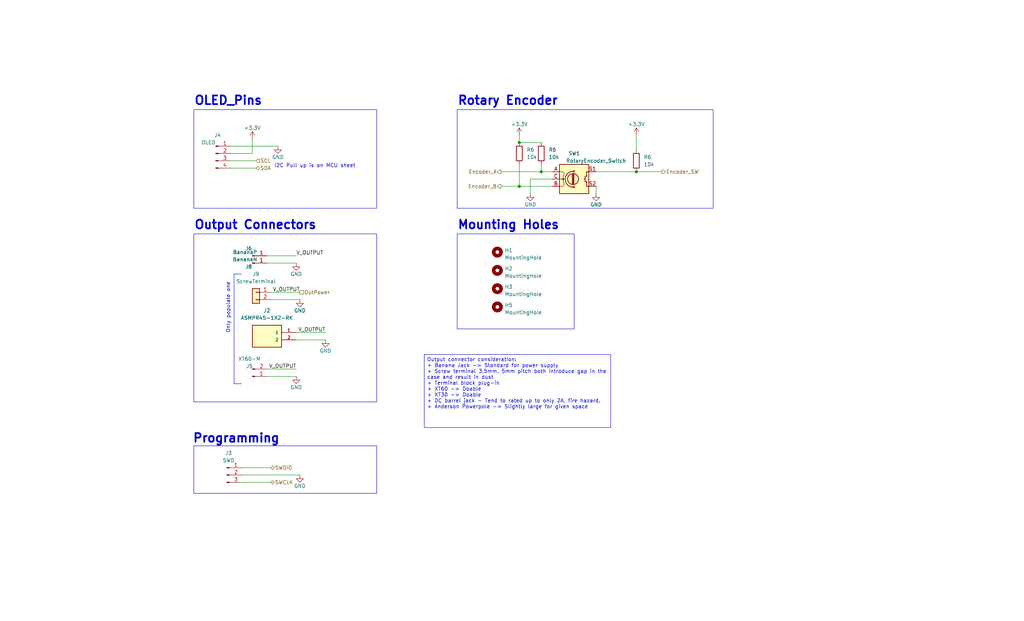
<source format=kicad_sch>
(kicad_sch (version 20250114) (generator "eeschema") (generator_version "9.0")
  (paper "USLegal")
  (lib_symbols
    (symbol "Centy_Miscellaneous:Conn_ASMPR45-1X2-RK" (pin_names (offset 1.016))
      (property "Reference" "J" (at -5.08 3.302 0))
      (property "Value" "ASMPR45-1X2-RK" (at -5.08 -7.62 0))
      (symbol "Conn_ASMPR45-1X2-RK_0_0"
        (rectangle (start -5.08 -5.08) (end 5.08 2.54) (stroke (width 0.254)) (fill (type background)))
        (pin passive line (at -10.16 0 0) (length 5.08) (name "1") (number "1"))
        (pin passive line (at -10.16 -2.54 0) (length 5.08) (name "2") (number "2"))
      )
    )
    (symbol "Centy_Miscellaneous:RotaryEncoder_SW_EC11B" (pin_names (offset 0.254) (hide yes))
      (property "Reference" "SW" (at 0 6.604 0))
      (property "Value" "EC11B" (at 0 -6.604 0))
      (symbol "RotaryEncoder_SW_EC11B_0_1"
        (rectangle (start -5.08 5.08) (end 5.08 -5.08) (stroke (width 0.254)) (fill (type background)))
        (polyline (pts (xy -5.08 2.54) (xy -3.81 2.54) (xy -3.81 2.032)))
        (polyline (pts (xy -5.08 0) (xy -3.81 0) (xy -3.81 -1.016) (xy -3.302 -2.032)))
        (polyline (pts (xy -5.08 -2.54) (xy -3.81 -2.54) (xy -3.81 -2.032)))
        (polyline (pts (xy -4.318 0) (xy -3.81 0) (xy -3.81 1.016) (xy -3.302 2.032)))
        (circle (center -3.81 0) (radius 0.254) (fill (type outline)))
        (polyline (pts (xy -0.635 -1.778) (xy -0.635 1.778)) (stroke (width 0.254)))
        (circle (center -0.381 0) (radius 1.905) (stroke (width 0.254)))
        (polyline (pts (xy -0.381 -1.778) (xy -0.381 1.778)) (stroke (width 0.254)))
        (arc (start -0.381 -2.794) (mid -3.0988 -0.0635) (end -0.381 2.667) (stroke (width 0.254)))
        (polyline (pts (xy -0.127 1.778) (xy -0.127 -1.778)) (stroke (width 0.254)))
        (polyline (pts (xy 0.254 2.921) (xy -0.508 2.667) (xy 0.127 2.286)) (stroke (width 0.254)))
        (polyline (pts (xy 0.254 -3.048) (xy -0.508 -2.794) (xy 0.127 -2.413)) (stroke (width 0.254)))
        (polyline (pts (xy 3.81 1.016) (xy 3.81 -1.016)) (stroke (width 0.254)))
        (polyline (pts (xy 3.81 0) (xy 3.429 0)) (stroke (width 0.254)))
        (circle (center 4.318 1.016) (radius 0.127) (stroke (width 0.254)))
        (circle (center 4.318 -1.016) (radius 0.127) (stroke (width 0.254)))
        (polyline (pts (xy 5.08 2.54) (xy 4.318 2.54) (xy 4.318 1.016)) (stroke (width 0.254)))
        (polyline (pts (xy 5.08 -2.54) (xy 4.318 -2.54) (xy 4.318 -1.016)) (stroke (width 0.254)))
      )
      (symbol "RotaryEncoder_SW_EC11B_1_1"
        (pin passive line (at -7.62 2.54 0) (length 2.54) (name "A") (number "A"))
        (pin passive line (at -7.62 0 0) (length 2.54) (name "C") (number "C"))
        (pin passive line (at -7.62 -2.54 0) (length 2.54) (name "B") (number "B"))
        (pin passive line (at 7.62 2.54 180) (length 2.54) (name "S1") (number "S1"))
        (pin passive line (at 7.62 -2.54 180) (length 2.54) (name "S2") (number "S2"))
      )
    )
    (symbol "Connector:Conn_01x01_Pin" (pin_names (offset 1.016) (hide yes))
      (property "Reference" "J" (at 0 2.54 0))
      (property "Value" "Conn_01x01_Pin" (at 0 -2.54 0))
      (symbol "Conn_01x01_Pin_1_1"
        (rectangle (start 0.8636 0.127) (end 0 -0.127) (stroke (width 0.1524)) (fill (type outline)))
        (polyline (pts (xy 1.27 0) (xy 0.8636 0)) (stroke (width 0.1524)))
        (pin passive line (at 5.08 0 180) (length 3.81) (name "Pin_1") (number "1"))
      )
    )
    (symbol "Connector:Conn_01x02_Pin" (pin_names (offset 1.016) (hide yes))
      (property "Reference" "J" (at 0 2.54 0))
      (property "Value" "Conn_01x02_Pin" (at 0 -5.08 0))
      (symbol "Conn_01x02_Pin_1_1"
        (rectangle (start 0.8636 0.127) (end 0 -0.127) (stroke (width 0.1524)) (fill (type outline)))
        (rectangle (start 0.8636 -2.413) (end 0 -2.667) (stroke (width 0.1524)) (fill (type outline)))
        (polyline (pts (xy 1.27 0) (xy 0.8636 0)) (stroke (width 0.1524)))
        (polyline (pts (xy 1.27 -2.54) (xy 0.8636 -2.54)) (stroke (width 0.1524)))
        (pin passive line (at 5.08 0 180) (length 3.81) (name "Pin_1") (number "1"))
        (pin passive line (at 5.08 -2.54 180) (length 3.81) (name "Pin_2") (number "2"))
      )
    )
    (symbol "Connector:Conn_01x03_Pin" (pin_names (offset 1.016) (hide yes))
      (property "Reference" "J" (at 0 5.08 0))
      (property "Value" "Conn_01x03_Pin" (at 0 -5.08 0))
      (symbol "Conn_01x03_Pin_1_1"
        (rectangle (start 0.8636 2.667) (end 0 2.413) (stroke (width 0.1524)) (fill (type outline)))
        (rectangle (start 0.8636 0.127) (end 0 -0.127) (stroke (width 0.1524)) (fill (type outline)))
        (rectangle (start 0.8636 -2.413) (end 0 -2.667) (stroke (width 0.1524)) (fill (type outline)))
        (polyline (pts (xy 1.27 2.54) (xy 0.8636 2.54)) (stroke (width 0.1524)))
        (polyline (pts (xy 1.27 0) (xy 0.8636 0)) (stroke (width 0.1524)))
        (polyline (pts (xy 1.27 -2.54) (xy 0.8636 -2.54)) (stroke (width 0.1524)))
        (pin passive line (at 5.08 2.54 180) (length 3.81) (name "Pin_1") (number "1"))
        (pin passive line (at 5.08 0 180) (length 3.81) (name "Pin_2") (number "2"))
        (pin passive line (at 5.08 -2.54 180) (length 3.81) (name "Pin_3") (number "3"))
      )
    )
    (symbol "Connector:Conn_01x04_Pin" (pin_names (offset 1.016) (hide yes))
      (property "Reference" "J" (at 0 5.08 0))
      (property "Value" "Conn_01x04_Pin" (at 0 -7.62 0))
      (symbol "Conn_01x04_Pin_1_1"
        (rectangle (start 0.8636 2.667) (end 0 2.413) (stroke (width 0.1524)) (fill (type outline)))
        (rectangle (start 0.8636 0.127) (end 0 -0.127) (stroke (width 0.1524)) (fill (type outline)))
        (rectangle (start 0.8636 -2.413) (end 0 -2.667) (stroke (width 0.1524)) (fill (type outline)))
        (rectangle (start 0.8636 -4.953) (end 0 -5.207) (stroke (width 0.1524)) (fill (type outline)))
        (polyline (pts (xy 1.27 2.54) (xy 0.8636 2.54)) (stroke (width 0.1524)))
        (polyline (pts (xy 1.27 0) (xy 0.8636 0)) (stroke (width 0.1524)))
        (polyline (pts (xy 1.27 -2.54) (xy 0.8636 -2.54)) (stroke (width 0.1524)))
        (polyline (pts (xy 1.27 -5.08) (xy 0.8636 -5.08)) (stroke (width 0.1524)))
        (pin passive line (at 5.08 2.54 180) (length 3.81) (name "Pin_1") (number "1"))
        (pin passive line (at 5.08 0 180) (length 3.81) (name "Pin_2") (number "2"))
        (pin passive line (at 5.08 -2.54 180) (length 3.81) (name "Pin_3") (number "3"))
        (pin passive line (at 5.08 -5.08 180) (length 3.81) (name "Pin_4") (number "4"))
      )
    )
    (symbol "Connector_Generic:Conn_01x02" (pin_names (offset 1.016) (hide yes))
      (property "Reference" "J" (at 0 2.54 0))
      (property "Value" "Conn_01x02" (at 0 -5.08 0))
      (symbol "Conn_01x02_1_1"
        (rectangle (start -1.27 1.27) (end 1.27 -3.81) (stroke (width 0.254)) (fill (type background)))
        (rectangle (start -1.27 0.127) (end 0 -0.127) (stroke (width 0.1524)))
        (rectangle (start -1.27 -2.413) (end 0 -2.667) (stroke (width 0.1524)))
        (pin passive line (at -5.08 0 0) (length 3.81) (name "Pin_1") (number "1"))
        (pin passive line (at -5.08 -2.54 0) (length 3.81) (name "Pin_2") (number "2"))
      )
    )
    (symbol "Device:R" (pin_numbers (hide yes)) (pin_names (offset 0))
      (property "Reference" "R" (at 2.032 0 90))
      (property "Value" "R" (at 0 0 90))
      (symbol "R_0_1"
        (rectangle (start -1.016 -2.54) (end 1.016 2.54) (stroke (width 0.254)))
      )
      (symbol "R_1_1"
        (pin passive line (at 0 3.81 270) (length 1.27) (name "~") (number "1"))
        (pin passive line (at 0 -3.81 90) (length 1.27) (name "~") (number "2"))
      )
    )
    (symbol "GND_1" (power) (pin_numbers (hide yes)) (pin_names (offset 0) (hide yes))
      (property "Value" "GND" (at 0 -3.81 0))
      (symbol "GND_1_0_1"
        (polyline (pts (xy 0 0) (xy 0 -1.27) (xy 1.27 -1.27) (xy 0 -2.54) (xy -1.27 -1.27) (xy 0 -1.27)))
      )
      (symbol "GND_1_1_1"
        (pin power_in line (at 0 0 270) (length 0) (name "~") (number "1"))
      )
    )
    (symbol "Mechanical:MountingHole" (pin_names (offset 1.016))
      (property "Reference" "H" (at 0 5.08 0))
      (property "Value" "MountingHole" (at 0 3.175 0))
      (symbol "MountingHole_0_1"
        (circle (center 0 0) (radius 1.27) (stroke (width 1.27)))
      )
    )
    (symbol "power:+3.3V" (power) (pin_names (offset 0))
      (property "Value" "+3.3V" (at 0 3.556 0))
      (symbol "+3.3V_0_1"
        (polyline (pts (xy -0.762 1.27) (xy 0 2.54)))
        (polyline (pts (xy 0 2.54) (xy 0.762 1.27)))
        (polyline (pts (xy 0 0) (xy 0 2.54)))
      )
      (symbol "+3.3V_1_1"
        (pin power_in line (at 0 0 90) (length 0) (hide yes) (name "+3.3V") (number "1"))
      )
    )
  )
  (rectangle (start 67.31 81.28) (end 130.81 139.7))
  (rectangle (start 158.75 81.28) (end 199.39 114.3))
  (rectangle (start 67.31 38.1) (end 130.81 72.39))
  (rectangle (start 67.31 154.94) (end 130.81 171.45))
  (rectangle (start 158.75 38.1) (end 247.65 72.39))
  (text "Only populate one" (at 79.248 106.934 90) (effects (font (size 1.27 1.27))))
  (text "Mounting Holes" (at 158.75 80.01 0) (effects (font (size 3 3) (thickness 0.6) (bold yes)) (justify left bottom)))
  (text "Output Connectors" (at 67.31 80.01 0) (effects (font (size 3 3) (thickness 0.6) (bold yes)) (justify left bottom)))
  (text "Rotary Encoder" (at 158.75 36.83 0) (effects (font (size 3 3) (thickness 0.6) (bold yes)) (justify left bottom)))
  (text "OLED_Pins" (at 67.31 36.83 0) (effects (font (size 3 3) (thickness 0.6) (bold yes)) (justify left bottom)))
  (text "Programming" (at 66.802 154.178 0) (effects (font (size 3 3) (thickness 0.6) (bold yes)) (justify left bottom)))
  (text "I2C Pull up is on MCU sheet" (at 95.25 58.42 0) (effects (font (size 1.27 1.27)) (justify left bottom)))
  (text_box "Output connector consideration:\n+ Banana Jack -> Standard for power supply\n+ Screw terminal 3.5mm, 5mm pitch both introduce gap in the case and result in dust\n+ Terminal block plug-in\n+ XT60 -> Doable\n+ XT30 -> Doable\n+ DC barrel jack - Tend to rated up to only 2A, fire hazard.\n+ Anderson Powerpole -> Slightly large for given space" (at 147.32 123.19 0) (size 64.77 25.4) (margins 0.9525 0.9525 0.9525 0.9525) (effects (font (size 1.27 1.27)) (justify left top)))
  (junction (at 180.34 49.53))
  (junction (at 187.96 59.69))
  (junction (at 180.34 64.77))
  (junction (at 220.98 59.69))
  (wire (pts (xy 102.87 115.57) (xy 113.03 115.57)))
  (wire (pts (xy 173.99 59.69) (xy 187.96 59.69)))
  (polyline (pts (xy 83.82 95.25) (xy 81.28 95.25)))
  (wire (pts (xy 187.96 57.15) (xy 187.96 59.69)))
  (wire (pts (xy 173.99 64.77) (xy 180.34 64.77)))
  (wire (pts (xy 80.01 58.42) (xy 88.9 58.42)))
  (wire (pts (xy 180.34 46.99) (xy 180.34 49.53)))
  (wire (pts (xy 92.71 130.81) (xy 102.87 130.81)))
  (wire (pts (xy 83.82 162.56) (xy 93.98 162.56)))
  (wire (pts (xy 93.98 101.6) (xy 104.14 101.6)))
  (wire (pts (xy 207.01 64.77) (xy 207.01 67.31)))
  (wire (pts (xy 83.82 165.1) (xy 104.14 165.1)))
  (wire (pts (xy 180.34 57.15) (xy 180.34 64.77)))
  (wire (pts (xy 83.82 167.64) (xy 93.98 167.64)))
  (wire (pts (xy 80.01 50.8) (xy 96.52 50.8)))
  (wire (pts (xy 93.98 104.14) (xy 104.14 104.14)))
  (wire (pts (xy 220.98 46.99) (xy 220.98 52.07)))
  (wire (pts (xy 92.71 91.44) (xy 102.87 91.44)))
  (wire (pts (xy 87.63 53.34) (xy 80.01 53.34)))
  (wire (pts (xy 92.71 128.27) (xy 102.87 128.27)))
  (wire (pts (xy 184.15 62.23) (xy 184.15 67.31)))
  (wire (pts (xy 184.15 62.23) (xy 191.77 62.23)))
  (wire (pts (xy 207.01 59.69) (xy 220.98 59.69)))
  (polyline (pts (xy 81.28 95.25) (xy 81.28 133.35)))
  (polyline (pts (xy 81.28 133.35) (xy 83.82 133.35)))
  (wire (pts (xy 187.96 59.69) (xy 191.77 59.69)))
  (wire (pts (xy 220.98 59.69) (xy 229.87 59.69)))
  (wire (pts (xy 87.63 48.26) (xy 87.63 53.34)))
  (wire (pts (xy 102.87 118.11) (xy 113.03 118.11)))
  (wire (pts (xy 180.34 49.53) (xy 187.96 49.53)))
  (wire (pts (xy 92.71 88.9) (xy 102.87 88.9)))
  (wire (pts (xy 80.01 55.88) (xy 88.9 55.88)))
  (wire (pts (xy 180.34 64.77) (xy 191.77 64.77)))
  (label "V_OUTPUT" (at 102.87 88.9 0))
  (label "V_OUTPUT" (at 102.87 128.27 180))
  (label "V_OUTPUT" (at 104.14 101.6 180))
  (label "V_OUTPUT" (at 113.03 115.57 180))
  (hierarchical_label "Encoder_SW" (shape output) (at 229.87 59.69 0))
  (hierarchical_label "Encoder_A" (shape output) (at 173.99 59.69 180))
  (hierarchical_label "SWDIO" (shape bidirectional) (at 93.98 162.56 0))
  (hierarchical_label "OutPower" (shape passive) (at 104.14 101.6 0))
  (hierarchical_label "Encoder_B" (shape output) (at 173.99 64.77 180))
  (hierarchical_label "SCL" (shape input) (at 88.9 55.88 0))
  (hierarchical_label "SWCLK" (shape bidirectional) (at 93.98 167.64 0))
  (hierarchical_label "SDA" (shape bidirectional) (at 88.9 58.42 0))
  (symbol (lib_id "Centy_Miscellaneous:RotaryEncoder_SW_EC11B") (at 199.39 62.23 0) (unit 1)
    (property "Reference" "SW1" (at 199.39 53.34 0))
    (property "Value" "RotaryEncoder_Switch" (at 207.01 55.88 0))
    (property "Footprint" "Centy_Miscellaneous:RotaryEncoder_EC11B_SW_Horizontal" (effects (hide yes)))
    (property "Description" "Rotary encoder, dual channel, incremental quadrate outputs, with switch" (effects (hide yes)))
    (property "LCSC" "C9900176956" (effects (hide yes)))
  )
  (symbol (lib_id "Connector:Conn_01x04_Pin") (at 74.93 53.34 0) (unit 1)
    (property "Reference" "J4" (at 75.565 46.99 0))
    (property "Value" "OLED" (at 72.39 49.53 0))
    (property "Footprint" "Centy_Miscellaneous:Conn_OLED_PocketPD" (effects (hide yes)))
    (property "Link" "https://www.aliexpress.us/item/3256806315157654.html?spm=a2g0o.productlist.main.1.12c65b8cQ1VKy8&algo_pvid=c234fa98-d082-4e4a-9ef9-2fd079bfd6cb&algo_exp_id=c234fa98-d082-4e4a-9ef9-2fd079bfd6cb-0&pdp_npi=4%40dis%21USD%212.18%211.42%21%21%2115.75%2110.24%21%402103253417116871922117727e850e%2112000037434231615%21sea%21US%211861787447%21&curPageLogUid=qx1gBW5zDT2C&utparam-url=scene%3Asearch%7Cquery_from%3A" (effects (hide yes)))
    (property "LCSC" "C20071191" (effects (hide yes)))
  )
  (symbol (lib_id "power:+3.3V") (at 220.98 46.99 0) (unit 1)
    (property "Reference" "#PWR045" (effects (hide yes)))
    (property "Value" "+3.3V" (at 220.98 43.18 0))
    (instances (project "PicoPD" (path "" (reference "#PWR0128") (unit 1))) (project "PicoPDSupply" (path "" (reference "#PWR045") (unit 1))))
  )
  (symbol (lib_id "Connector:Conn_01x01_Pin") (at 87.63 91.44 0) (unit 1)
    (property "Reference" "J8" (at 86.36 92.71 0))
    (property "Value" "BananaN" (at 85.09 90.17 0))
    (property "Footprint" "Connector:Banana_Cliff_FCR7350B_S16N-PC_Horizontal" (effects (hide yes)))
    (property "LCSC" "C7437327" (effects (hide yes)))
  )
  (symbol (lib_id "Mechanical:MountingHole") (at 172.72 106.68 0) (unit 1) (in_bom no)
    (property "Reference" "H5" (at 175.26 106.045 0) (effects (justify left)))
    (property "Value" "MountingHole" (at 175.26 108.585 0) (effects (justify left)))
    (property "Footprint" "MountingHole:MountingHole_2.2mm_M2_DIN965_Pad" (effects (hide yes)))
  )
  (symbol (lib_id "Centy_Miscellaneous:Conn_ASMPR45-1X2-RK") (at 92.71 115.57 0) (mirror y) (unit 1) (in_bom no)
    (property "Reference" "J2" (at 92.71 107.95 0))
    (property "Value" "ASMPR45-1X2-RK" (at 92.71 110.49 0))
    (property "Footprint" "Centy_Miscellaneous:Conn_ASMPR45-1X2-RK" (effects (hide yes)))
    (property "Description" "2 Position Non-Gendered, Self Mating Connector Solder Surface Mount, Right Angle" (effects (hide yes)))
  )
  (symbol (lib_name "GND_1") (lib_id "power:GND") (at 96.52 50.8 0) (unit 1)
    (property "Reference" "#PWR037" (effects (hide yes)))
    (property "Value" "GND" (at 96.52 54.61 0))
    (property "Description" "Power symbol creates a global label with name \"GND\" , ground" (effects (hide yes)))
  )
  (symbol (lib_id "Connector:Conn_01x01_Pin") (at 87.63 88.9 0) (unit 1)
    (property "Reference" "J6" (at 86.36 86.36 0))
    (property "Value" "BananaP" (at 85.09 87.63 0))
    (property "Footprint" "Connector:Banana_Cliff_FCR7350R_S16N-PC_Horizontal" (effects (hide yes)))
    (property "LCSC" "C7437326" (effects (hide yes)))
  )
  (symbol (lib_id "Mechanical:MountingHole") (at 172.72 93.98 0) (unit 1) (in_bom no)
    (property "Reference" "H2" (at 175.26 93.345 0) (effects (justify left)))
    (property "Value" "MountingHole" (at 175.26 95.885 0) (effects (justify left)))
    (property "Footprint" "MountingHole:MountingHole_2.2mm_M2_DIN965_Pad" (effects (hide yes)))
  )
  (symbol (lib_name "GND_1") (lib_id "power:GND") (at 113.03 118.11 0) (unit 1)
    (property "Reference" "#PWR048" (effects (hide yes)))
    (property "Value" "GND" (at 113.03 121.92 0))
    (property "Description" "Power symbol creates a global label with name \"GND\" , ground" (effects (hide yes)))
  )
  (symbol (lib_id "Mechanical:MountingHole") (at 172.72 87.63 0) (unit 1) (in_bom no)
    (property "Reference" "H1" (at 175.26 86.995 0) (effects (justify left)))
    (property "Value" "MountingHole" (at 175.26 89.535 0) (effects (justify left)))
    (property "Footprint" "MountingHole:MountingHole_2.2mm_M2_DIN965" (effects (hide yes)))
  )
  (symbol (lib_id "power:+3.3V") (at 180.34 46.99 0) (unit 1)
    (property "Reference" "#PWR041" (effects (hide yes)))
    (property "Value" "+3.3V" (at 180.34 43.18 0))
    (instances (project "PicoPD" (path "" (reference "#PWR0128") (unit 1))) (project "PicoPDSupply" (path "" (reference "#PWR041") (unit 1))))
  )
  (symbol (lib_name "GND_1") (lib_id "power:GND") (at 102.87 91.44 0) (unit 1)
    (property "Reference" "#PWR027" (effects (hide yes)))
    (property "Value" "GND" (at 102.87 95.25 0))
    (property "Description" "Power symbol creates a global label with name \"GND\" , ground" (effects (hide yes)))
  )
  (symbol (lib_id "Device:R") (at 187.96 53.34 0) (unit 1)
    (property "Reference" "R16" (at 190.5 52.0699 0) (effects (justify left)))
    (property "Value" "10k" (at 190.5 54.6099 0) (effects (justify left)))
    (property "Footprint" "Resistor_SMD:R_0402_1005Metric" (effects (hide yes)))
    (property "LCSC" "C25744" (effects (hide yes)))
    (instances (project "PicoPD" (path "" (reference "R6") (unit 1))) (project "PicoPDSupply" (path "" (reference "R16") (unit 1))))
  )
  (symbol (lib_id "Device:R") (at 180.34 53.34 0) (unit 1)
    (property "Reference" "R15" (at 182.88 52.0699 0) (effects (justify left)))
    (property "Value" "10k" (at 182.88 54.6099 0) (effects (justify left)))
    (property "Footprint" "Resistor_SMD:R_0402_1005Metric" (effects (hide yes)))
    (property "LCSC" "C25744" (effects (hide yes)))
    (instances (project "PicoPD" (path "" (reference "R6") (unit 1))) (project "PicoPDSupply" (path "" (reference "R15") (unit 1))))
  )
  (symbol (lib_name "GND_1") (lib_id "power:GND") (at 207.01 67.31 0) (unit 1)
    (property "Reference" "#PWR039" (effects (hide yes)))
    (property "Value" "GND" (at 207.01 71.12 0))
    (property "Description" "Power symbol creates a global label with name \"GND\" , ground" (effects (hide yes)))
  )
  (symbol (lib_name "GND_1") (lib_id "power:GND") (at 104.14 104.14 0) (unit 1)
    (property "Reference" "#PWR060" (effects (hide yes)))
    (property "Value" "GND" (at 104.14 107.95 0))
    (property "Description" "Power symbol creates a global label with name \"GND\" , ground" (effects (hide yes)))
  )
  (symbol (lib_id "Mechanical:MountingHole") (at 172.72 100.33 0) (unit 1) (in_bom no)
    (property "Reference" "H3" (at 175.26 99.695 0) (effects (justify left)))
    (property "Value" "MountingHole" (at 175.26 102.235 0) (effects (justify left)))
    (property "Footprint" "MountingHole:MountingHole_2.2mm_M2_DIN965_Pad" (effects (hide yes)))
  )
  (symbol (lib_id "Connector_Generic:Conn_01x02") (at 88.9 101.6 0) (mirror y) (unit 1) (in_bom no)
    (property "Reference" "J9" (at 88.9 95.25 0))
    (property "Value" "ScrewTerminal" (at 88.9 97.79 0))
    (property "Footprint" "Connector_Phoenix_MC:PhoenixContact_MC_1,5_2-G-3.81_1x02_P3.81mm_Horizontal" (effects (hide yes)))
    (property "Description" "Generic connector, single row, 01x02, script generated (kicad-library-utils/schlib/autogen/connector/)" (effects (hide yes)))
    (property "LCSC" "C5259145" (effects (hide yes)))
  )
  (symbol (lib_id "Device:R") (at 220.98 55.88 0) (unit 1)
    (property "Reference" "R19" (at 223.52 54.6099 0) (effects (justify left)))
    (property "Value" "10k" (at 223.52 57.1499 0) (effects (justify left)))
    (property "Footprint" "Resistor_SMD:R_0402_1005Metric" (effects (hide yes)))
    (property "LCSC" "C25744" (effects (hide yes)))
    (instances (project "PicoPD" (path "" (reference "R6") (unit 1))) (project "PicoPDSupply" (path "" (reference "R19") (unit 1))))
  )
  (symbol (lib_name "GND_1") (lib_id "power:GND") (at 184.15 67.31 0) (unit 1)
    (property "Reference" "#PWR044" (effects (hide yes)))
    (property "Value" "GND" (at 184.15 71.12 0))
    (property "Description" "Power symbol creates a global label with name \"GND\" , ground" (effects (hide yes)))
  )
  (symbol (lib_id "Connector:Conn_01x02_Pin") (at 87.63 130.81 0) (mirror x) (unit 1) (in_bom no)
    (property "Reference" "J5" (at 86.614 127.254 0))
    (property "Value" "XT60-M" (at 86.614 124.714 0))
    (property "Footprint" "Connector_AMASS:AMASS_XT60PW-M_1x02_P7.20mm_Horizontal" (effects (hide yes)))
    (property "Description" "Generic connector, single row, 01x02, script generated" (effects (hide yes)))
  )
  (symbol (lib_id "Connector:Conn_01x03_Pin") (at 78.74 165.1 0) (unit 1) (in_bom no)
    (property "Reference" "J3" (at 79.375 157.48 0))
    (property "Value" "SWD" (at 79.375 160.02 0))
    (property "Footprint" "Connector_PinHeader_2.54mm:PinHeader_1x03_P2.54mm_Vertical" (effects (hide yes)))
    (property "Description" "Generic connector, single row, 01x03, script generated" (effects (hide yes)))
  )
  (symbol (lib_name "GND_1") (lib_id "power:GND") (at 104.14 165.1 0) (unit 1)
    (property "Reference" "#PWR035" (effects (hide yes)))
    (property "Value" "GND" (at 104.14 168.91 0))
    (property "Description" "Power symbol creates a global label with name \"GND\" , ground" (effects (hide yes)))
  )
  (symbol (lib_id "power:+3.3V") (at 87.63 48.26 0) (unit 1)
    (property "Reference" "#PWR036" (effects (hide yes)))
    (property "Value" "+3.3V" (at 87.63 44.45 0))
    (instances (project "PicoPD" (path "" (reference "#PWR0128") (unit 1))) (project "PicoPDSupply" (path "" (reference "#PWR036") (unit 1))))
  )
  (symbol (lib_name "GND_1") (lib_id "power:GND") (at 102.87 130.81 0) (unit 1)
    (property "Reference" "#PWR028" (effects (hide yes)))
    (property "Value" "GND" (at 102.87 134.62 0))
    (property "Description" "Power symbol creates a global label with name \"GND\" , ground" (effects (hide yes)))
  )
)
</source>
